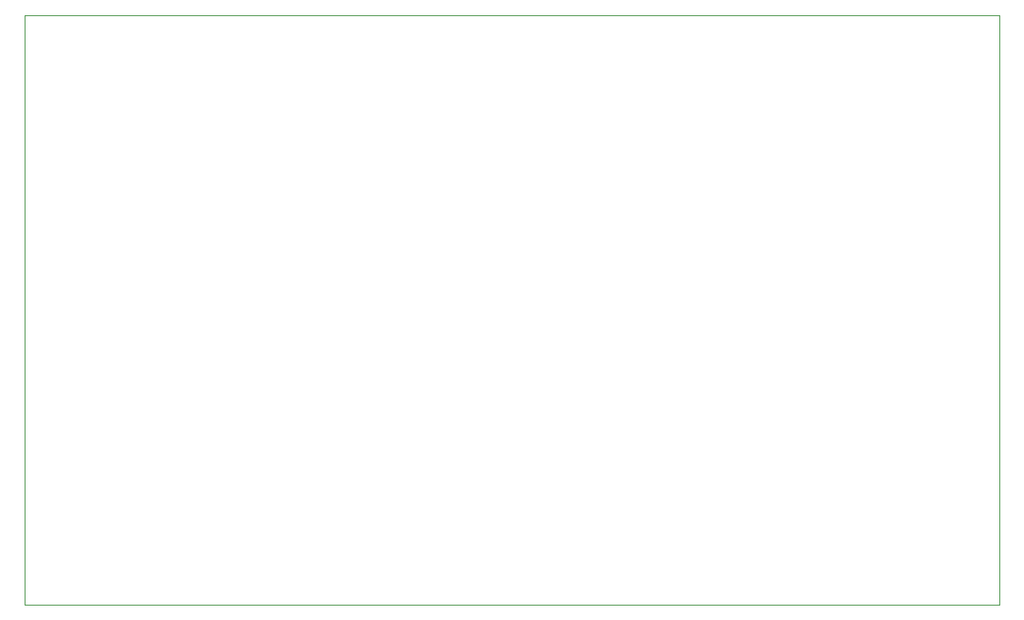
<source format=gbr>
G04 #@! TF.GenerationSoftware,KiCad,Pcbnew,5.1.5-52549c5~84~ubuntu18.04.1*
G04 #@! TF.CreationDate,2019-12-02T09:37:23+01:00*
G04 #@! TF.ProjectId,power_control_ipe_v1,706f7765-725f-4636-9f6e-74726f6c5f69,rev?*
G04 #@! TF.SameCoordinates,Original*
G04 #@! TF.FileFunction,Profile,NP*
%FSLAX46Y46*%
G04 Gerber Fmt 4.6, Leading zero omitted, Abs format (unit mm)*
G04 Created by KiCad (PCBNEW 5.1.5-52549c5~84~ubuntu18.04.1) date 2019-12-02 09:37:23*
%MOMM*%
%LPD*%
G04 APERTURE LIST*
%ADD10C,0.100000*%
G04 APERTURE END LIST*
D10*
X254174200Y-103119600D02*
X157024200Y-103149600D01*
X254174200Y-161969600D02*
X157024200Y-161969600D01*
X254174200Y-103119600D02*
X254174200Y-161969600D01*
X157024200Y-161969600D02*
X157024200Y-103149600D01*
M02*

</source>
